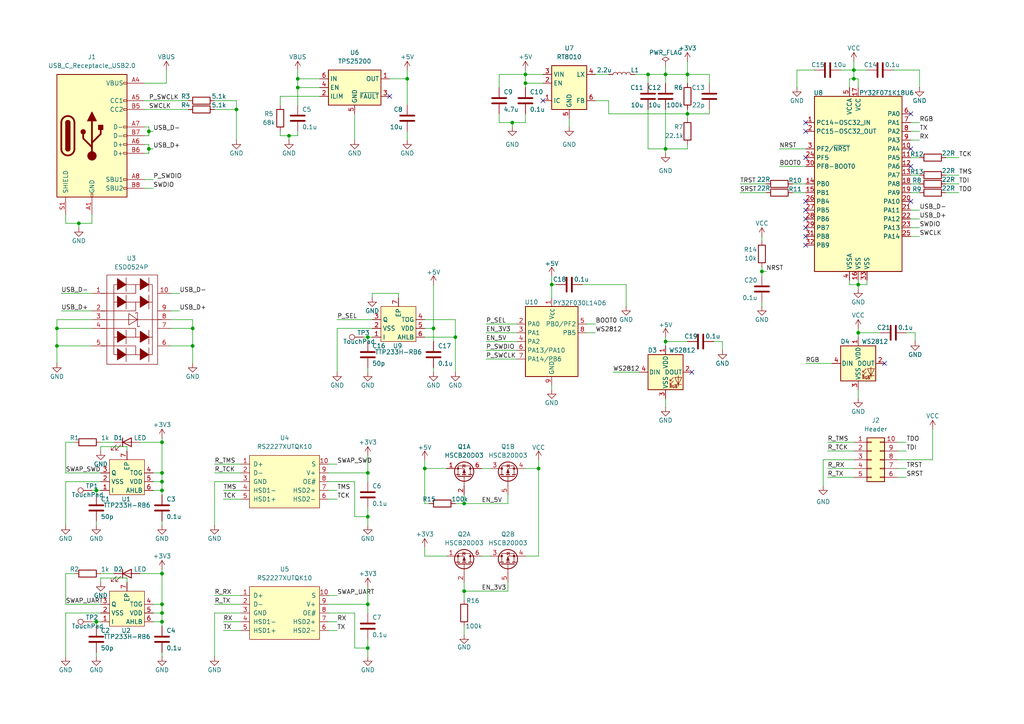
<source format=kicad_sch>
(kicad_sch (version 20231120) (generator "eeschema") (generator_version "8.0")
  (paper "A4")
  (junction (at 247.65 22.86))
  (junction (at 193.04 99.06))
  (junction (at 160.02 82.55))
  (junction (at 220.98 78.74))
  (junction (at 134.62 146.05))
  (junction (at 193.04 21.59))
  (junction (at 16.51 100.33))
  (junction (at 106.68 97.79))
  (junction (at 43.18 38.1))
  (junction (at 248.92 82.55))
  (junction (at 199.39 33.02))
  (junction (at 132.08 97.79))
  (junction (at 46.99 175.26))
  (junction (at 46.99 142.24))
  (junction (at 46.99 128.27))
  (junction (at 55.88 100.33))
  (junction (at 27.94 180.34))
  (junction (at 83.82 39.37))
  (junction (at 247.65 20.32))
  (junction (at 68.58 31.75))
  (junction (at 46.99 139.7))
  (junction (at 156.21 135.89))
  (junction (at 43.18 43.18))
  (junction (at 46.99 137.16))
  (junction (at 134.62 171.45))
  (junction (at 106.68 137.16))
  (junction (at 248.92 96.52))
  (junction (at 106.68 175.26))
  (junction (at 123.19 135.89))
  (junction (at 106.68 149.86))
  (junction (at 152.4 21.59))
  (junction (at 46.99 166.37))
  (junction (at 27.94 142.24))
  (junction (at 86.36 25.4))
  (junction (at 86.36 22.86))
  (junction (at 46.99 180.34))
  (junction (at 16.51 95.25))
  (junction (at 55.88 95.25))
  (junction (at 193.04 43.18))
  (junction (at 125.73 95.25))
  (junction (at 22.86 64.77))
  (junction (at 148.59 35.56))
  (junction (at 106.68 187.96))
  (junction (at 118.11 22.86))
  (junction (at 187.96 21.59))
  (junction (at 46.99 177.8))
  (junction (at 199.39 21.59))
  (junction (at 152.4 24.13))
  (no_connect (at 233.68 66.04))
  (no_connect (at 264.16 58.42))
  (no_connect (at 233.68 58.42))
  (no_connect (at 233.68 68.58))
  (no_connect (at 113.03 27.94))
  (no_connect (at 233.68 45.72))
  (no_connect (at 233.68 60.96))
  (no_connect (at 256.54 105.41))
  (no_connect (at 264.16 48.26))
  (no_connect (at 233.68 35.56))
  (no_connect (at 233.68 71.12))
  (no_connect (at 233.68 63.5))
  (no_connect (at 157.48 29.21))
  (no_connect (at 233.68 38.1))
  (no_connect (at 200.66 107.95))
  (no_connect (at 264.16 43.18))
  (no_connect (at 264.16 33.02))
  (wire (pts (xy 106.68 185.42) (xy 106.68 187.96)))
  (wire (pts (xy 229.87 53.34) (xy 233.68 53.34)))
  (wire (pts (xy 134.62 171.45) (xy 134.62 173.99)))
  (wire (pts (xy 49.53 85.09) (xy 52.07 85.09)))
  (wire (pts (xy 46.99 180.34) (xy 44.45 180.34)))
  (wire (pts (xy 148.59 35.56) (xy 152.4 35.56)))
  (wire (pts (xy 105.41 97.79) (xy 106.68 97.79)))
  (wire (pts (xy 17.78 90.17) (xy 26.67 90.17)))
  (wire (pts (xy 251.46 82.55) (xy 248.92 82.55)))
  (wire (pts (xy 107.95 95.25) (xy 97.79 95.25)))
  (wire (pts (xy 62.23 139.7) (xy 62.23 152.4)))
  (wire (pts (xy 19.05 166.37) (xy 19.05 175.26)))
  (wire (pts (xy 106.68 137.16) (xy 106.68 139.7)))
  (wire (pts (xy 46.99 139.7) (xy 46.99 142.24)))
  (wire (pts (xy 187.96 43.18) (xy 193.04 43.18)))
  (wire (pts (xy 264.16 63.5) (xy 266.7 63.5)))
  (wire (pts (xy 16.51 100.33) (xy 26.67 100.33)))
  (wire (pts (xy 247.65 17.78) (xy 247.65 20.32)))
  (wire (pts (xy 95.25 137.16) (xy 106.68 137.16)))
  (wire (pts (xy 248.92 81.28) (xy 248.92 82.55)))
  (wire (pts (xy 41.91 52.07) (xy 44.45 52.07)))
  (wire (pts (xy 205.74 24.13) (xy 205.74 21.59)))
  (wire (pts (xy 43.18 38.1) (xy 43.18 39.37)))
  (wire (pts (xy 193.04 21.59) (xy 193.04 24.13)))
  (wire (pts (xy 199.39 33.02) (xy 199.39 34.29)))
  (wire (pts (xy 152.4 21.59) (xy 157.48 21.59)))
  (wire (pts (xy 95.25 144.78) (xy 97.79 144.78)))
  (wire (pts (xy 43.18 38.1) (xy 44.45 38.1)))
  (wire (pts (xy 134.62 171.45) (xy 147.32 171.45)))
  (wire (pts (xy 81.28 27.94) (xy 81.28 30.48)))
  (wire (pts (xy 36.83 167.64) (xy 29.21 167.64)))
  (wire (pts (xy 240.03 130.81) (xy 247.65 130.81)))
  (wire (pts (xy 264.16 66.04) (xy 266.7 66.04)))
  (wire (pts (xy 240.03 135.89) (xy 247.65 135.89)))
  (wire (pts (xy 152.4 161.29) (xy 156.21 161.29)))
  (wire (pts (xy 147.32 171.45) (xy 147.32 168.91)))
  (wire (pts (xy 231.14 25.4) (xy 231.14 20.32)))
  (wire (pts (xy 49.53 100.33) (xy 55.88 100.33)))
  (wire (pts (xy 248.92 96.52) (xy 255.27 96.52)))
  (wire (pts (xy 81.28 39.37) (xy 83.82 39.37)))
  (wire (pts (xy 246.38 82.55) (xy 248.92 82.55)))
  (wire (pts (xy 266.7 20.32) (xy 266.7 25.4)))
  (wire (pts (xy 264.16 55.88) (xy 266.7 55.88)))
  (wire (pts (xy 29.21 129.54) (xy 29.21 130.81)))
  (wire (pts (xy 140.97 101.6) (xy 149.86 101.6)))
  (wire (pts (xy 123.19 97.79) (xy 132.08 97.79)))
  (wire (pts (xy 124.46 146.05) (xy 123.19 146.05)))
  (wire (pts (xy 262.89 96.52) (xy 265.43 96.52)))
  (wire (pts (xy 148.59 35.56) (xy 148.59 36.83)))
  (wire (pts (xy 238.76 140.97) (xy 238.76 133.35)))
  (wire (pts (xy 265.43 96.52) (xy 265.43 99.06)))
  (wire (pts (xy 46.99 142.24) (xy 44.45 142.24)))
  (wire (pts (xy 134.62 181.61) (xy 134.62 184.15)))
  (wire (pts (xy 22.86 64.77) (xy 22.86 66.04)))
  (wire (pts (xy 68.58 31.75) (xy 68.58 40.64)))
  (wire (pts (xy 27.94 142.24) (xy 27.94 143.51)))
  (wire (pts (xy 247.65 20.32) (xy 251.46 20.32)))
  (wire (pts (xy 83.82 39.37) (xy 86.36 39.37)))
  (wire (pts (xy 176.53 29.21) (xy 176.53 33.02)))
  (wire (pts (xy 220.98 78.74) (xy 220.98 80.01)))
  (wire (pts (xy 41.91 41.91) (xy 43.18 41.91)))
  (wire (pts (xy 106.68 106.68) (xy 106.68 107.95)))
  (wire (pts (xy 222.25 78.74) (xy 220.98 78.74)))
  (wire (pts (xy 27.94 151.13) (xy 27.94 152.4)))
  (wire (pts (xy 248.92 113.03) (xy 248.92 115.57)))
  (wire (pts (xy 139.7 135.89) (xy 142.24 135.89)))
  (wire (pts (xy 49.53 90.17) (xy 52.07 90.17)))
  (wire (pts (xy 106.68 170.18) (xy 106.68 175.26)))
  (wire (pts (xy 187.96 21.59) (xy 193.04 21.59)))
  (wire (pts (xy 264.16 68.58) (xy 266.7 68.58)))
  (wire (pts (xy 251.46 81.28) (xy 251.46 82.55)))
  (wire (pts (xy 270.51 124.46) (xy 270.51 133.35)))
  (wire (pts (xy 199.39 41.91) (xy 199.39 43.18)))
  (wire (pts (xy 144.78 21.59) (xy 144.78 25.4)))
  (wire (pts (xy 29.21 177.8) (xy 19.05 177.8)))
  (wire (pts (xy 86.36 22.86) (xy 86.36 25.4)))
  (wire (pts (xy 46.99 128.27) (xy 46.99 137.16)))
  (wire (pts (xy 139.7 161.29) (xy 142.24 161.29)))
  (wire (pts (xy 41.91 31.75) (xy 54.61 31.75)))
  (wire (pts (xy 69.85 177.8) (xy 62.23 177.8)))
  (wire (pts (xy 102.87 33.02) (xy 102.87 40.64)))
  (wire (pts (xy 193.04 43.18) (xy 193.04 44.45)))
  (wire (pts (xy 107.95 85.09) (xy 107.95 86.36)))
  (wire (pts (xy 46.99 166.37) (xy 46.99 175.26)))
  (wire (pts (xy 165.1 34.29) (xy 165.1 36.83)))
  (wire (pts (xy 46.99 180.34) (xy 46.99 181.61)))
  (wire (pts (xy 260.35 138.43) (xy 262.89 138.43)))
  (wire (pts (xy 46.99 165.1) (xy 46.99 166.37)))
  (wire (pts (xy 95.25 172.72) (xy 97.79 172.72)))
  (wire (pts (xy 43.18 43.18) (xy 43.18 44.45)))
  (wire (pts (xy 132.08 97.79) (xy 132.08 107.95)))
  (wire (pts (xy 231.14 20.32) (xy 236.22 20.32)))
  (wire (pts (xy 26.67 180.34) (xy 27.94 180.34)))
  (wire (pts (xy 64.77 182.88) (xy 69.85 182.88)))
  (wire (pts (xy 243.84 20.32) (xy 247.65 20.32)))
  (wire (pts (xy 95.25 134.62) (xy 97.79 134.62)))
  (wire (pts (xy 260.35 133.35) (xy 270.51 133.35)))
  (wire (pts (xy 40.64 166.37) (xy 46.99 166.37)))
  (wire (pts (xy 19.05 137.16) (xy 29.21 137.16)))
  (wire (pts (xy 62.23 31.75) (xy 68.58 31.75)))
  (wire (pts (xy 246.38 22.86) (xy 247.65 22.86)))
  (wire (pts (xy 220.98 87.63) (xy 220.98 88.9)))
  (wire (pts (xy 193.04 115.57) (xy 193.04 118.11)))
  (wire (pts (xy 199.39 21.59) (xy 193.04 21.59)))
  (wire (pts (xy 247.65 20.32) (xy 247.65 22.86)))
  (wire (pts (xy 46.99 151.13) (xy 46.99 152.4)))
  (wire (pts (xy 41.91 29.21) (xy 54.61 29.21)))
  (wire (pts (xy 46.99 189.23) (xy 46.99 190.5)))
  (wire (pts (xy 102.87 139.7) (xy 102.87 149.86)))
  (wire (pts (xy 140.97 93.98) (xy 149.86 93.98)))
  (wire (pts (xy 43.18 44.45) (xy 41.91 44.45)))
  (wire (pts (xy 22.86 64.77) (xy 26.67 64.77)))
  (wire (pts (xy 264.16 35.56) (xy 266.7 35.56)))
  (wire (pts (xy 92.71 25.4) (xy 86.36 25.4)))
  (wire (pts (xy 92.71 27.94) (xy 81.28 27.94)))
  (wire (pts (xy 134.62 146.05) (xy 147.32 146.05)))
  (wire (pts (xy 247.65 22.86) (xy 248.92 22.86)))
  (wire (pts (xy 106.68 97.79) (xy 107.95 97.79)))
  (wire (pts (xy 95.25 177.8) (xy 102.87 177.8)))
  (wire (pts (xy 86.36 25.4) (xy 86.36 30.48)))
  (wire (pts (xy 152.4 35.56) (xy 152.4 33.02)))
  (wire (pts (xy 144.78 33.02) (xy 144.78 35.56)))
  (wire (pts (xy 160.02 111.76) (xy 160.02 113.03)))
  (wire (pts (xy 187.96 21.59) (xy 187.96 24.13)))
  (wire (pts (xy 152.4 24.13) (xy 152.4 25.4)))
  (wire (pts (xy 86.36 20.32) (xy 86.36 22.86)))
  (wire (pts (xy 43.18 39.37) (xy 41.91 39.37)))
  (wire (pts (xy 36.83 130.81) (xy 36.83 129.54)))
  (wire (pts (xy 106.68 175.26) (xy 106.68 177.8)))
  (wire (pts (xy 62.23 172.72) (xy 69.85 172.72)))
  (wire (pts (xy 264.16 60.96) (xy 266.7 60.96)))
  (wire (pts (xy 184.15 21.59) (xy 187.96 21.59)))
  (wire (pts (xy 64.77 142.24) (xy 69.85 142.24)))
  (wire (pts (xy 220.98 77.47) (xy 220.98 78.74)))
  (wire (pts (xy 44.45 175.26) (xy 46.99 175.26)))
  (wire (pts (xy 46.99 137.16) (xy 46.99 139.7)))
  (wire (pts (xy 160.02 80.01) (xy 160.02 82.55)))
  (wire (pts (xy 44.45 139.7) (xy 46.99 139.7)))
  (wire (pts (xy 43.18 36.83) (xy 43.18 38.1)))
  (wire (pts (xy 102.87 187.96) (xy 106.68 187.96)))
  (wire (pts (xy 156.21 161.29) (xy 156.21 135.89)))
  (wire (pts (xy 125.73 82.55) (xy 125.73 95.25)))
  (wire (pts (xy 19.05 177.8) (xy 19.05 190.5)))
  (wire (pts (xy 264.16 45.72) (xy 266.7 45.72)))
  (wire (pts (xy 125.73 95.25) (xy 125.73 99.06)))
  (wire (pts (xy 123.19 146.05) (xy 123.19 135.89)))
  (wire (pts (xy 48.26 20.32) (xy 48.26 24.13)))
  (wire (pts (xy 152.4 135.89) (xy 156.21 135.89)))
  (wire (pts (xy 123.19 95.25) (xy 125.73 95.25)))
  (wire (pts (xy 62.23 175.26) (xy 69.85 175.26)))
  (wire (pts (xy 43.18 41.91) (xy 43.18 43.18)))
  (wire (pts (xy 193.04 19.05) (xy 193.04 21.59)))
  (wire (pts (xy 181.61 82.55) (xy 181.61 88.9)))
  (wire (pts (xy 83.82 39.37) (xy 83.82 40.64)))
  (wire (pts (xy 46.99 142.24) (xy 46.99 143.51)))
  (wire (pts (xy 170.18 93.98) (xy 172.72 93.98)))
  (wire (pts (xy 29.21 128.27) (xy 33.02 128.27)))
  (wire (pts (xy 44.45 137.16) (xy 46.99 137.16)))
  (wire (pts (xy 274.32 50.8) (xy 278.13 50.8)))
  (wire (pts (xy 115.57 85.09) (xy 107.95 85.09)))
  (wire (pts (xy 125.73 106.68) (xy 125.73 107.95)))
  (wire (pts (xy 19.05 62.23) (xy 19.05 64.77)))
  (wire (pts (xy 199.39 17.78) (xy 199.39 21.59)))
  (wire (pts (xy 46.99 127) (xy 46.99 128.27)))
  (wire (pts (xy 27.94 142.24) (xy 29.21 142.24)))
  (wire (pts (xy 43.18 43.18) (xy 44.45 43.18)))
  (wire (pts (xy 264.16 53.34) (xy 266.7 53.34)))
  (wire (pts (xy 16.51 100.33) (xy 16.51 105.41)))
  (wire (pts (xy 16.51 92.71) (xy 16.51 95.25)))
  (wire (pts (xy 106.68 149.86) (xy 106.68 152.4)))
  (wire (pts (xy 170.18 96.52) (xy 172.72 96.52)))
  (wire (pts (xy 123.19 133.35) (xy 123.19 135.89)))
  (wire (pts (xy 29.21 167.64) (xy 29.21 168.91)))
  (wire (pts (xy 62.23 29.21) (xy 68.58 29.21)))
  (wire (pts (xy 134.62 143.51) (xy 134.62 146.05)))
  (wire (pts (xy 140.97 96.52) (xy 149.86 96.52)))
  (wire (pts (xy 16.51 92.71) (xy 26.67 92.71)))
  (wire (pts (xy 156.21 133.35) (xy 156.21 135.89)))
  (wire (pts (xy 44.45 177.8) (xy 46.99 177.8)))
  (wire (pts (xy 41.91 24.13) (xy 48.26 24.13)))
  (wire (pts (xy 27.94 180.34) (xy 29.21 180.34)))
  (wire (pts (xy 46.99 175.26) (xy 46.99 177.8)))
  (wire (pts (xy 19.05 128.27) (xy 19.05 137.16)))
  (wire (pts (xy 144.78 35.56) (xy 148.59 35.56)))
  (wire (pts (xy 193.04 97.79) (xy 193.04 99.06)))
  (wire (pts (xy 264.16 40.64) (xy 266.7 40.64)))
  (wire (pts (xy 26.67 64.77) (xy 26.67 62.23)))
  (wire (pts (xy 248.92 82.55) (xy 248.92 83.82)))
  (wire (pts (xy 95.25 139.7) (xy 102.87 139.7)))
  (wire (pts (xy 209.55 99.06) (xy 209.55 101.6)))
  (wire (pts (xy 160.02 82.55) (xy 161.29 82.55)))
  (wire (pts (xy 118.11 22.86) (xy 118.11 30.48)))
  (wire (pts (xy 46.99 177.8) (xy 46.99 180.34)))
  (wire (pts (xy 95.25 182.88) (xy 97.79 182.88)))
  (wire (pts (xy 259.08 20.32) (xy 266.7 20.32)))
  (wire (pts (xy 246.38 81.28) (xy 246.38 82.55)))
  (wire (pts (xy 36.83 168.91) (xy 36.83 167.64)))
  (wire (pts (xy 199.39 21.59) (xy 199.39 24.13)))
  (wire (pts (xy 248.92 22.86) (xy 248.92 25.4)))
  (wire (pts (xy 95.25 142.24) (xy 97.79 142.24)))
  (wire (pts (xy 134.62 168.91) (xy 134.62 171.45)))
  (wire (pts (xy 113.03 22.86) (xy 118.11 22.86)))
  (wire (pts (xy 168.91 82.55) (xy 181.61 82.55)))
  (wire (pts (xy 274.32 45.72) (xy 278.13 45.72)))
  (wire (pts (xy 64.77 144.78) (xy 69.85 144.78)))
  (wire (pts (xy 193.04 99.06) (xy 193.04 100.33)))
  (wire (pts (xy 207.01 99.06) (xy 209.55 99.06)))
  (wire (pts (xy 274.32 53.34) (xy 278.13 53.34)))
  (wire (pts (xy 193.04 43.18) (xy 199.39 43.18)))
  (wire (pts (xy 132.08 146.05) (xy 134.62 146.05)))
  (wire (pts (xy 240.03 128.27) (xy 247.65 128.27)))
  (wire (pts (xy 27.94 180.34) (xy 27.94 181.61)))
  (wire (pts (xy 118.11 20.32) (xy 118.11 22.86)))
  (wire (pts (xy 222.25 53.34) (xy 214.63 53.34)))
  (wire (pts (xy 16.51 95.25) (xy 16.51 100.33)))
  (wire (pts (xy 147.32 146.05) (xy 147.32 143.51)))
  (wire (pts (xy 248.92 95.25) (xy 248.92 96.52)))
  (wire (pts (xy 55.88 95.25) (xy 55.88 100.33)))
  (wire (pts (xy 95.25 180.34) (xy 97.79 180.34)))
  (wire (pts (xy 264.16 38.1) (xy 266.7 38.1)))
  (wire (pts (xy 205.74 31.75) (xy 205.74 33.02)))
  (wire (pts (xy 152.4 21.59) (xy 152.4 24.13)))
  (wire (pts (xy 176.53 33.02) (xy 199.39 33.02)))
  (wire (pts (xy 21.59 128.27) (xy 19.05 128.27)))
  (wire (pts (xy 41.91 54.61) (xy 44.45 54.61)))
  (wire (pts (xy 260.35 130.81) (xy 262.89 130.81)))
  (wire (pts (xy 102.87 149.86) (xy 106.68 149.86)))
  (wire (pts (xy 226.06 48.26) (xy 233.68 48.26)))
  (wire (pts (xy 40.64 128.27) (xy 46.99 128.27)))
  (wire (pts (xy 29.21 166.37) (xy 33.02 166.37)))
  (wire (pts (xy 260.35 128.27) (xy 262.89 128.27)))
  (wire (pts (xy 132.08 92.71) (xy 132.08 97.79)))
  (wire (pts (xy 97.79 95.25) (xy 97.79 107.95)))
  (wire (pts (xy 260.35 135.89) (xy 262.89 135.89)))
  (wire (pts (xy 152.4 24.13) (xy 157.48 24.13)))
  (wire (pts (xy 49.53 92.71) (xy 55.88 92.71)))
  (wire (pts (xy 21.59 166.37) (xy 19.05 166.37)))
  (wire (pts (xy 41.91 36.83) (xy 43.18 36.83)))
  (wire (pts (xy 140.97 104.14) (xy 149.86 104.14)))
  (wire (pts (xy 115.57 86.36) (xy 115.57 85.09)))
  (wire (pts (xy 16.51 95.25) (xy 26.67 95.25)))
  (wire (pts (xy 19.05 139.7) (xy 19.05 152.4)))
  (wire (pts (xy 55.88 92.71) (xy 55.88 95.25)))
  (wire (pts (xy 19.05 64.77) (xy 22.86 64.77)))
  (wire (pts (xy 129.54 135.89) (xy 123.19 135.89)))
  (wire (pts (xy 86.36 22.86) (xy 92.71 22.86)))
  (wire (pts (xy 49.53 95.25) (xy 55.88 95.25)))
  (wire (pts (xy 172.72 29.21) (xy 176.53 29.21)))
  (wire (pts (xy 240.03 138.43) (xy 247.65 138.43)))
  (wire (pts (xy 152.4 20.32) (xy 152.4 21.59)))
  (wire (pts (xy 205.74 33.02) (xy 199.39 33.02)))
  (wire (pts (xy 17.78 85.09) (xy 26.67 85.09)))
  (wire (pts (xy 226.06 43.18) (xy 233.68 43.18)))
  (wire (pts (xy 36.83 129.54) (xy 29.21 129.54)))
  (wire (pts (xy 199.39 31.75) (xy 199.39 33.02)))
  (wire (pts (xy 187.96 31.75) (xy 187.96 43.18)))
  (wire (pts (xy 144.78 21.59) (xy 152.4 21.59)))
  (wire (pts (xy 68.58 29.21) (xy 68.58 31.75)))
  (wire (pts (xy 69.85 139.7) (xy 62.23 139.7)))
  (wire (pts (xy 229.87 55.88) (xy 233.68 55.88)))
  (wire (pts (xy 118.11 38.1) (xy 118.11 40.64)))
  (wire (pts (xy 106.68 132.08) (xy 106.68 137.16)))
  (wire (pts (xy 81.28 38.1) (xy 81.28 39.37)))
  (wire (pts (xy 177.8 107.95) (xy 185.42 107.95)))
  (wire (pts (xy 106.68 147.32) (xy 106.68 149.86)))
  (wire (pts (xy 274.32 55.88) (xy 278.13 55.88)))
  (wire (pts (xy 129.54 161.29) (xy 123.19 161.29)))
  (wire (pts (xy 102.87 177.8) (xy 102.87 187.96)))
  (wire (pts (xy 62.23 137.16) (xy 69.85 137.16)))
  (wire (pts (xy 29.21 139.7) (xy 19.05 139.7)))
  (wire (pts (xy 26.67 142.24) (xy 27.94 142.24)))
  (wire (pts (xy 248.92 96.52) (xy 248.92 97.79)))
  (wire (pts (xy 27.94 189.23) (xy 27.94 190.5)))
  (wire (pts (xy 264.16 50.8) (xy 266.7 50.8)))
  (wire (pts (xy 106.68 187.96) (xy 106.68 190.5)))
  (wire (pts (xy 176.53 21.59) (xy 172.72 21.59)))
  (wire (pts (xy 62.23 177.8) (xy 62.23 190.5)))
  (wire (pts (xy 222.25 55.88) (xy 214.63 55.88)))
  (wire (pts (xy 55.88 100.33) (xy 55.88 105.41)))
  (wire (pts (xy 238.76 133.35) (xy 247.65 133.35)))
  (wire (pts (xy 123.19 92.71) (xy 132.08 92.71)))
  (wire (pts (xy 220.98 68.58) (xy 220.98 69.85)))
  (wire (pts (xy 193.04 31.75) (xy 193.04 43.18)))
  (wire (pts (xy 62.23 134.62) (xy 69.85 134.62)))
  (wire (pts (xy 233.68 105.41) (xy 241.3 105.41)))
  (wire (pts (xy 97.79 92.71) (xy 107.95 92.71)))
  (wire (pts (xy 106.68 97.79) (xy 106.68 99.06)))
  (wire (pts (xy 205.74 21.59) (xy 199.39 21.59)))
  (wire (pts (xy 19.05 175.26) (xy 29.21 175.26)))
  (wire (pts (xy 95.25 175.26) (xy 106.68 175.26)))
  (wire (pts (xy 246.38 25.4) (xy 246.38 22.86)))
  (wire (pts (xy 193.04 99.06) (xy 199.39 99.06)))
  (wire (pts (xy 160.02 82.55) (xy 160.02 86.36)))
  (wire (pts (xy 64.77 180.34) (xy 69.85 180.34)))
  (wire (pts (xy 123.19 158.75) (xy 123.19 161.29)))
  (wire (pts (xy 86.36 39.37) (xy 86.36 38.1)))
  (wire (pts (xy 140.97 99.06) (xy 149.86 99.06)))
  (label "SWDIO" (at 44.45 54.61 0))
  (label "TMS" (at 64.77 142.24 0))
  (label "TX" (at 97.79 182.88 0))
  (label "TDI" (at 278.13 53.34 0))
  (label "SWCLK" (at 266.7 68.58 0))
  (label "R_RX" (at 240.03 135.89 0))
  (label "R_RX" (at 62.23 172.72 0))
  (label "TDO" (at 278.13 55.88 0))
  (label "TCK" (at 278.13 45.72 0))
  (label "P_SEL" (at 97.79 92.71 0))
  (label "SWAP_UART" (at 97.79 172.72 0))
  (label "TMS" (at 97.79 142.24 0))
  (label "NRST" (at 222.25 78.74 0))
  (label "TDI" (at 262.89 130.81 0))
  (label "RGB" (at 233.68 105.41 0))
  (label "USB_D+" (at 266.7 63.5 0))
  (label "BOOT0" (at 226.06 48.26 0))
  (label "P_SWCLK" (at 140.97 104.14 0))
  (label "USB_D+" (at 52.07 90.17 0))
  (label "SRST" (at 214.63 55.88 0))
  (label "P_SWDIO" (at 140.97 101.6 0))
  (label "TMS" (at 278.13 50.8 0))
  (label "BOOT0" (at 172.72 93.98 0))
  (label "USB_D-" (at 52.07 85.09 0))
  (label "R_TCK" (at 62.23 137.16 0))
  (label "R_TCK" (at 240.03 130.81 0))
  (label "USB_D+" (at 17.78 90.17 0))
  (label "USB_D-" (at 17.78 85.09 0))
  (label "EN_3V3" (at 140.97 96.52 0))
  (label "SWAP_SWD" (at 19.05 137.16 0))
  (label "TCK" (at 64.77 144.78 0))
  (label "SWDIO" (at 266.7 66.04 0))
  (label "R_TX" (at 62.23 175.26 0))
  (label "USB_D-" (at 266.7 60.96 0))
  (label "TCK" (at 97.79 144.78 0))
  (label "WS2812" (at 172.72 96.52 0))
  (label "TRST" (at 214.63 53.34 0))
  (label "TX" (at 266.7 38.1 0))
  (label "TX" (at 64.77 182.88 0))
  (label "EN_3V3" (at 139.7 171.45 0))
  (label "P_SEL" (at 140.97 93.98 0))
  (label "TDO" (at 262.89 128.27 0))
  (label "USB_D+" (at 44.45 43.18 0))
  (label "P_SWDIO" (at 44.45 52.07 0))
  (label "SWAP_SWD" (at 97.79 134.62 0))
  (label "R_TMS" (at 62.23 134.62 0))
  (label "USB_D-" (at 44.45 38.1 0))
  (label "SWCLK" (at 43.18 31.75 0))
  (label "RX" (at 266.7 40.64 0))
  (label "EN_5V" (at 139.7 146.05 0))
  (label "SRST" (at 262.89 138.43 0))
  (label "R_TMS" (at 240.03 128.27 0))
  (label "RGB" (at 266.7 35.56 0))
  (label "R_TX" (at 240.03 138.43 0))
  (label "EN_5V" (at 140.97 99.06 0))
  (label "WS2812" (at 177.8 107.95 0))
  (label "NRST" (at 226.06 43.18 0))
  (label "P_SWCLK" (at 43.18 29.21 0))
  (label "SWAP_UART" (at 19.05 175.26 0))
  (label "RX" (at 97.79 180.34 0))
  (label "RX" (at 64.77 180.34 0))
  (label "TRST" (at 262.89 135.89 0))
  (symbol (lib_id "power:+3V3") (at 46.99 165.1 0) (unit 1)
    (property "Reference" "#PWR011" (effects (hide yes)))
    (property "Value" "+3V3" (at 46.99 161.29 0))
    (property "Description" "Power symbol creates a global label with name \"+3V3\"" (effects (hide yes)))
  )
  (symbol (lib_id "Device:R") (at 25.4 128.27 90) (unit 1)
    (property "Reference" "R1" (at 21.59 127 90))
    (property "Value" "1k" (at 30.48 127 90))
    (property "Footprint" "Resistor_SMD:R_0402_1005Metric" (effects (hide yes)))
    (property "Description" "Resistor" (effects (hide yes)))
  )
  (symbol (lib_id "Device:C") (at 165.1 82.55 90) (unit 1)
    (property "Reference" "C18" (at 162.306 81.026 90))
    (property "Value" "0.1u" (at 168.656 81.026 90))
    (property "Footprint" "Capacitor_SMD:C_0402_1005Metric" (effects (hide yes)))
    (property "Description" "Unpolarized capacitor" (effects (hide yes)))
  )
  (symbol (lib_id "power:GND") (at 46.99 190.5 0) (unit 1)
    (property "Reference" "#PWR012" (effects (hide yes)))
    (property "Value" "GND" (at 46.99 194.31 0))
    (property "Description" "Power symbol creates a global label with name \"GND\" , ground" (effects (hide yes)))
  )
  (symbol (lib_id "power:GND") (at 68.58 40.64 0) (unit 1)
    (property "Reference" "#PWR015" (effects (hide yes)))
    (property "Value" "GND" (at 68.58 44.45 0))
    (property "Description" "Power symbol creates a global label with name \"GND\" , ground" (effects (hide yes)))
  )
  (symbol (lib_id "Device:R") (at 199.39 27.94 0) (mirror y) (unit 1)
    (property "Reference" "R6" (at 198.12 25.4 0) (effects (justify left)))
    (property "Value" "100k" (at 198.12 30.48 0) (effects (justify left)))
    (property "Footprint" "Resistor_SMD:R_0402_1005Metric" (effects (hide yes)))
  )
  (symbol (lib_id "Connector:TestPoint") (at 26.67 180.34 90) (unit 1) (exclude_from_sim yes) (in_bom no)
    (property "Reference" "TP2" (at 26.67 179.07 90))
    (property "Value" "TouchPad" (at 25.4 181.61 90))
    (property "Footprint" "Touch Pad:Touch_SMD_BOX" (effects (hide yes)))
    (property "Description" "test point" (effects (hide yes)))
  )
  (symbol (lib_id "power:+3V3") (at 123.19 158.75 0) (unit 1)
    (property "Reference" "#PWR046" (effects (hide yes)))
    (property "Value" "+3V3" (at 123.19 154.94 0))
    (property "Description" "Power symbol creates a global label with name \"+3V3\"" (effects (hide yes)))
  )
  (symbol (lib_name "+5V_2") (lib_id "power:+5V") (at 125.73 82.55 0) (unit 1)
    (property "Reference" "#PWR039" (effects (hide yes)))
    (property "Value" "+5V" (at 125.73 78.994 0))
    (property "Description" "Power symbol creates a global label with name \"+5V\"" (effects (hide yes)))
  )
  (symbol (lib_id "Device:C") (at 152.4 29.21 0) (unit 1)
    (property "Reference" "C10" (at 153.67 26.67 0) (effects (justify left)))
    (property "Value" "0.1u" (at 153.67 31.75 0) (effects (justify left)))
    (property "Footprint" "Capacitor_SMD:C_0402_1005Metric" (effects (hide yes)))
  )
  (symbol (lib_id "power:GND") (at 148.59 36.83 0) (unit 1)
    (property "Reference" "#PWR027" (effects (hide yes)))
    (property "Value" "GND" (at 148.59 41.91 0))
  )
  (symbol (lib_id "Device:C") (at 255.27 20.32 90) (unit 1)
    (property "Reference" "C14" (at 252.476 18.796 90))
    (property "Value" "0.1u" (at 258.826 18.796 90))
    (property "Footprint" "Capacitor_SMD:C_0402_1005Metric" (effects (hide yes)))
    (property "Description" "Unpolarized capacitor" (effects (hide yes)))
  )
  (symbol (lib_id "Device:R") (at 270.51 50.8 90) (unit 1)
    (property "Reference" "R13" (at 265.938 49.784 90))
    (property "Value" "22R" (at 275.082 49.53 90))
    (property "Footprint" "Resistor_SMD:R_0402_1005Metric" (effects (hide yes)))
    (property "Description" "Resistor" (effects (hide yes)))
  )
  (symbol (lib_id "Device:C") (at 118.11 34.29 0) (mirror y) (unit 1)
    (property "Reference" "C8" (at 116.84 31.75 0) (effects (justify left)))
    (property "Value" "10u" (at 116.84 36.83 0) (effects (justify left)))
    (property "Footprint" "Capacitor_SMD:C_0402_1005Metric" (effects (hide yes)))
  )
  (symbol (lib_id "Device:C") (at 259.08 96.52 90) (unit 1)
    (property "Reference" "C21" (at 256.286 94.996 90))
    (property "Value" "0.1u" (at 262.636 94.996 90))
    (property "Footprint" "Capacitor_SMD:C_0402_1005Metric" (effects (hide yes)))
    (property "Description" "Unpolarized capacitor" (effects (hide yes)))
  )
  (symbol (lib_id "power:GND") (at 19.05 152.4 0) (unit 1)
    (property "Reference" "#PWR02" (effects (hide yes)))
    (property "Value" "GND" (at 19.05 156.21 0))
    (property "Description" "Power symbol creates a global label with name \"GND\" , ground" (effects (hide yes)))
  )
  (symbol (lib_id "power:GND") (at 248.92 115.57 0) (unit 1)
    (property "Reference" "#PWR057" (effects (hide yes)))
    (property "Value" "GND" (at 248.92 119.38 0))
    (property "Description" "Power symbol creates a global label with name \"GND\" , ground" (effects (hide yes)))
  )
  (symbol (lib_id "DCDC Power Chip:RT8010") (at 165.1 29.21 0) (unit 1)
    (property "Reference" "U7" (at 165.1 13.97 0))
    (property "Value" "RT8010" (at 165.1 16.51 0))
    (property "Footprint" "Package_DFN_QFN:DFN-6-1EP_2x2mm_P0.65mm_EP1.01x1.7mm" (effects (hide yes)))
  )
  (symbol (lib_id "Connector:TestPoint") (at 26.67 142.24 90) (unit 1) (exclude_from_sim yes) (in_bom no)
    (property "Reference" "TP1" (at 26.67 140.97 90))
    (property "Value" "TouchPad" (at 25.4 143.51 90))
    (property "Footprint" "Touch Pad:Touch_SMD_BOX" (effects (hide yes)))
    (property "Description" "test point" (effects (hide yes)))
  )
  (symbol (lib_id "Connector_Generic:Conn_02x05_Counter_Clockwise") (at 252.73 133.35 0) (unit 1) (in_bom no)
    (property "Reference" "J2" (at 254 121.92 0))
    (property "Value" "Header" (at 254 124.46 0))
    (property "Footprint" "connector:Conn_02x05_PinHeader_SMD" (effects (hide yes)))
    (property "Description" "Generic connector, double row, 02x05, counter clockwise pin numbering scheme (similar to DIP package numbering), script generated (kicad-library-utils/schlib/autogen/connector/)" (effects (hide yes)))
  )
  (symbol (lib_id "Touch IC:TTP233H-RB6") (at 36.83 139.7 0) (mirror x) (unit 1)
    (property "Reference" "U1" (at 36.576 144.78 0))
    (property "Value" "TTP233H-RB6" (at 36.83 146.558 0))
    (property "Footprint" "Package_DFN_QFN:DFN-6-1EP_2x2mm_P0.65mm_EP1x1.6mm" (effects (hide yes)))
  )
  (symbol (lib_id "Device:LED") (at 36.83 128.27 0) (unit 1)
    (property "Reference" "D1" (at 34.29 127 0))
    (property "Value" "LED" (at 40.64 127 0))
    (property "Footprint" "LED_SMD:LED_0603_1608Metric" (effects (hide yes)))
    (property "Description" "Light emitting diode" (effects (hide yes)))
  )
  (symbol (lib_id "power:GND") (at 266.7 25.4 0) (unit 1)
    (property "Reference" "#PWR036" (effects (hide yes)))
    (property "Value" "GND" (at 266.7 29.21 0))
    (property "Description" "Power symbol creates a global label with name \"GND\" , ground" (effects (hide yes)))
  )
  (symbol (lib_id "Device:C") (at 46.99 185.42 0) (unit 1)
    (property "Reference" "C4" (at 48.26 182.88 0) (effects (justify left)))
    (property "Value" "0.1u" (at 48.26 187.96 0) (effects (justify left)))
    (property "Footprint" "Capacitor_SMD:C_0402_1005Metric" (effects (hide yes)))
    (property "Description" "Unpolarized capacitor" (effects (hide yes)))
  )
  (symbol (lib_id "power:GND") (at 27.94 190.5 0) (unit 1)
    (property "Reference" "#PWR06" (effects (hide yes)))
    (property "Value" "GND" (at 27.94 194.31 0))
    (property "Description" "Power symbol creates a global label with name \"GND\" , ground" (effects (hide yes)))
  )
  (symbol (lib_id "power:GND") (at 62.23 152.4 0) (unit 1)
    (property "Reference" "#PWR016" (effects (hide yes)))
    (property "Value" "GND" (at 62.23 156.21 0))
    (property "Description" "Power symbol creates a global label with name \"GND\" , ground" (effects (hide yes)))
  )
  (symbol (lib_id "Device:C") (at 205.74 27.94 0) (mirror y) (unit 1)
    (property "Reference" "C13" (at 204.47 25.4 0) (effects (justify left)))
    (property "Value" "22p" (at 204.47 30.48 0) (effects (justify left)))
    (property "Footprint" "Capacitor_SMD:C_0402_1005Metric" (effects (hide yes)))
  )
  (symbol (lib_id "ESD-TVS:ESD0524P") (at 39.37 92.71 0) (unit 1)
    (property "Reference" "U3" (at 38.1 74.93 0))
    (property "Value" "ESD0524P" (at 38.1 77.47 0))
    (property "Footprint" "ESD-TVS:DFN-10_L2.5-W1.0-P0.50-BL-A" (effects (hide yes)))
    (property "SuppliersPartNumber" "C2901307" (effects (hide yes)))
  )
  (symbol (lib_id "power:GND") (at 238.76 140.97 0) (unit 1)
    (property "Reference" "#PWR032" (effects (hide yes)))
    (property "Value" "GND" (at 238.76 145.5326 0))
  )
  (symbol (lib_id "power:GND") (at 181.61 88.9 0) (unit 1)
    (property "Reference" "#PWR045" (effects (hide yes)))
    (property "Value" "GND" (at 181.61 92.71 0))
    (property "Description" "Power symbol creates a global label with name \"GND\" , ground" (effects (hide yes)))
  )
  (symbol (lib_id "Device:C") (at 46.99 147.32 0) (unit 1)
    (property "Reference" "C3" (at 48.26 144.78 0) (effects (justify left)))
    (property "Value" "0.1u" (at 48.26 149.86 0) (effects (justify left)))
    (property "Footprint" "Capacitor_SMD:C_0402_1005Metric" (effects (hide yes)))
    (property "Description" "Unpolarized capacitor" (effects (hide yes)))
  )
  (symbol (lib_id "Device:Q_Dual_PMOS_S1G1D2S2G2D1") (at 147.32 138.43 90) (unit 2)
    (property "Reference" "Q1" (at 147.32 129.54 90))
    (property "Value" "HSCB20D03" (at 147.32 132.08 90))
    (property "Footprint" "My DFN_QFN:DFN-6_L2.0-W2.0-P0.65-BL-EP2" (effects (hide yes)))
    (property "Description" "Dual PMOS transistor, 6 pin package" (effects (hide yes)))
  )
  (symbol (lib_id "power:GND") (at 106.68 107.95 0) (unit 1)
    (property "Reference" "#PWR041" (effects (hide yes)))
    (property "Value" "GND" (at 106.68 111.76 0))
    (property "Description" "Power symbol creates a global label with name \"GND\" , ground" (effects (hide yes)))
  )
  (symbol (lib_id "power:GND") (at 102.87 40.64 0) (unit 1)
    (property "Reference" "#PWR020" (effects (hide yes)))
    (property "Value" "GND" (at 102.87 44.45 0))
    (property "Description" "Power symbol creates a global label with name \"GND\" , ground" (effects (hide yes)))
  )
  (symbol (lib_id "power:GND") (at 132.08 107.95 0) (unit 1)
    (property "Reference" "#PWR050" (effects (hide yes)))
    (property "Value" "GND" (at 132.08 111.76 0))
    (property "Description" "Power symbol creates a global label with name \"GND\" , ground" (effects (hide yes)))
  )
  (symbol (lib_id "Device:R") (at 226.06 55.88 270) (mirror x) (unit 1)
    (property "Reference" "R11" (at 230.632 54.864 90))
    (property "Value" "22R" (at 221.488 54.61 90))
    (property "Footprint" "Resistor_SMD:R_0402_1005Metric" (effects (hide yes)))
    (property "Description" "Resistor" (effects (hide yes)))
  )
  (symbol (lib_id "Device:LED") (at 36.83 166.37 0) (unit 1)
    (property "Reference" "D2" (at 34.29 165.1 0))
    (property "Value" "LED" (at 40.64 165.1 0))
    (property "Footprint" "LED_SMD:LED_0603_1608Metric" (effects (hide yes)))
    (property "Description" "Light emitting diode" (effects (hide yes)))
  )
  (symbol (lib_id "power:+3V3") (at 106.68 170.18 0) (unit 1)
    (property "Reference" "#PWR023" (effects (hide yes)))
    (property "Value" "+3V3" (at 106.68 166.37 0))
    (property "Description" "Power symbol creates a global label with name \"+3V3\"" (effects (hide yes)))
  )
  (symbol (lib_id "Device:Q_Dual_PMOS_S1G1D2S2G2D1") (at 134.62 138.43 270) (mirror x) (unit 1)
    (property "Reference" "Q1" (at 134.62 129.54 90))
    (property "Value" "HSCB20D03" (at 134.62 132.08 90))
    (property "Footprint" "My DFN_QFN:DFN-6_L2.0-W2.0-P0.65-BL-EP2" (effects (hide yes)))
    (property "Description" "Dual PMOS transistor, 6 pin package" (effects (hide yes)))
  )
  (symbol (lib_id "Touch IC:TTP233H-RB6") (at 115.57 95.25 0) (mirror x) (unit 1)
    (property "Reference" "U9" (at 115.316 100.33 0))
    (property "Value" "TTP233H-RB6" (at 115.57 102.108 0))
    (property "Footprint" "Package_DFN_QFN:DFN-6-1EP_2x2mm_P0.65mm_EP1x1.6mm" (effects (hide yes)))
  )
  (symbol (lib_id "power:VCC") (at 248.92 95.25 0) (unit 1)
    (property "Reference" "#PWR056" (effects (hide yes)))
    (property "Value" "VCC" (at 248.92 91.44 0))
    (property "Description" "Power symbol creates a global label with name \"VCC\"" (effects (hide yes)))
  )
  (symbol (lib_id "Device:R") (at 134.62 177.8 0) (unit 1)
    (property "Reference" "R16" (at 137.16 174.244 0))
    (property "Value" "100k" (at 137.414 181.61 0))
    (property "Footprint" "Resistor_SMD:R_0402_1005Metric" (effects (hide yes)))
    (property "Description" "Resistor" (effects (hide yes)))
  )
  (symbol (lib_id "LED:WS2812B") (at 193.04 107.95 0) (unit 1)
    (property "Reference" "D3" (at 189.23 101.6 0))
    (property "Value" "WS2812" (at 197.866 101.6 0))
    (property "Footprint" "MyLED:LED-SMD_4P-L1.0-W1.0-TL_XL-1010RGBC-WS2812B" (effects (hide yes)))
    (property "Datasheet" "https://cdn-shop.adafruit.com/datasheets/WS2812B.pdf" (effects (hide yes)))
    (property "Description" "RGB LED with integrated controller" (effects (hide yes)))
  )
  (symbol (lib_id "power:+5V") (at 152.4 20.32 0) (unit 1)
    (property "Reference" "#PWR028" (effects (hide yes)))
    (property "Value" "+5V" (at 152.4 16.51 0))
    (property "Description" "Power symbol creates a global label with name \"+5V\"" (effects (hide yes)))
  )
  (symbol (lib_id "Device:R") (at 220.98 73.66 0) (mirror y) (unit 1)
    (property "Reference" "R14" (at 217.678 72.39 0))
    (property "Value" "10k" (at 217.678 74.93 0))
    (property "Footprint" "Resistor_SMD:R_0402_1005Metric" (effects (hide yes)))
  )
  (symbol (lib_id "Connector:TestPoint") (at 105.41 97.79 90) (unit 1) (exclude_from_sim yes) (in_bom no)
    (property "Reference" "TP3" (at 105.41 96.52 90))
    (property "Value" "TouchPad" (at 104.14 99.06 90))
    (property "Footprint" "Touch Pad:Touch_SMD_BOX" (effects (hide yes)))
    (property "Description" "test point" (effects (hide yes)))
  )
  (symbol (lib_id "Device:C") (at 27.94 147.32 0) (unit 1)
    (property "Reference" "C1" (at 29.21 144.78 0) (effects (justify left)))
    (property "Value" "50p" (at 29.21 149.86 0) (effects (justify left)))
    (property "Footprint" "Capacitor_SMD:C_0402_1005Metric" (effects (hide yes)))
    (property "Description" "Unpolarized capacitor" (effects (hide yes)))
  )
  (symbol (lib_id "power:GND") (at 55.88 105.41 0) (unit 1)
    (property "Reference" "#PWR014" (effects (hide yes)))
    (property "Value" "GND" (at 55.88 109.22 0))
    (property "Description" "Power symbol creates a global label with name \"GND\" , ground" (effects (hide yes)))
  )
  (symbol (lib_id "power:VCC") (at 220.98 68.58 0) (unit 1)
    (property "Reference" "#PWR054" (effects (hide yes)))
    (property "Value" "VCC" (at 220.98 64.77 0))
    (property "Description" "Power symbol creates a global label with name \"VCC\"" (effects (hide yes)))
  )
  (symbol (lib_id "power:GND") (at 193.04 118.11 0) (unit 1)
    (property "Reference" "#PWR052" (effects (hide yes)))
    (property "Value" "GND" (at 193.04 121.92 0))
    (property "Description" "Power symbol creates a global label with name \"GND\" , ground" (effects (hide yes)))
  )
  (symbol (lib_id "power:GND") (at 46.99 152.4 0) (unit 1)
    (property "Reference" "#PWR010" (effects (hide yes)))
    (property "Value" "GND" (at 46.99 156.21 0))
    (property "Description" "Power symbol creates a global label with name \"GND\" , ground" (effects (hide yes)))
  )
  (symbol (lib_id "Device:C") (at 106.68 143.51 0) (unit 1)
    (property "Reference" "C6" (at 107.95 140.97 0) (effects (justify left)))
    (property "Value" "0.1u" (at 107.95 146.05 0) (effects (justify left)))
    (property "Footprint" "Capacitor_SMD:C_0402_1005Metric" (effects (hide yes)))
    (property "Description" "Unpolarized capacitor" (effects (hide yes)))
  )
  (symbol (lib_id "power:GND") (at 265.43 99.06 0) (unit 1)
    (property "Reference" "#PWR058" (effects (hide yes)))
    (property "Value" "GND" (at 265.43 102.87 0))
    (property "Description" "Power symbol creates a global label with name \"GND\" , ground" (effects (hide yes)))
  )
  (symbol (lib_id "power:GND") (at 19.05 190.5 0) (unit 1)
    (property "Reference" "#PWR03" (effects (hide yes)))
    (property "Value" "GND" (at 19.05 194.31 0))
    (property "Description" "Power symbol creates a global label with name \"GND\" , ground" (effects (hide yes)))
  )
  (symbol (lib_id "power:PWR_FLAG") (at 193.04 19.05 0) (mirror y) (unit 1)
    (property "Reference" "#FLG01" (effects (hide yes)))
    (property "Value" "PWR_FLAG" (at 193.04 15.24 0))
  )
  (symbol (lib_id "Device:R") (at 58.42 29.21 90) (unit 1)
    (property "Reference" "R3" (at 53.848 27.94 90))
    (property "Value" "5.1k" (at 63.5 27.94 90))
    (property "Footprint" "Resistor_SMD:R_0402_1005Metric" (effects (hide yes)))
    (property "Description" "Resistor" (effects (hide yes)))
  )
  (symbol (lib_id "power:VCC") (at 247.65 17.78 0) (unit 1)
    (property "Reference" "#PWR034" (effects (hide yes)))
    (property "Value" "VCC" (at 247.65 13.97 0))
    (property "Description" "Power symbol creates a global label with name \"VCC\"" (effects (hide yes)))
  )
  (symbol (lib_id "LED:WS2812B") (at 248.92 105.41 0) (unit 1)
    (property "Reference" "D4" (at 245.11 99.06 0))
    (property "Value" "WS2812" (at 253.746 99.06 0))
    (property "Footprint" "MyLED:LED-SMD_4P-L1.0-W1.0-TL_XL-1010RGBC-WS2812B" (effects (hide yes)))
    (property "Datasheet" "https://cdn-shop.adafruit.com/datasheets/WS2812B.pdf" (effects (hide yes)))
    (property "Description" "RGB LED with integrated controller" (effects (hide yes)))
  )
  (symbol (lib_id "power:GND") (at 97.79 107.95 0) (unit 1)
    (property "Reference" "#PWR040" (effects (hide yes)))
    (property "Value" "GND" (at 97.79 111.76 0))
    (property "Description" "Power symbol creates a global label with name \"GND\" , ground" (effects (hide yes)))
  )
  (symbol (lib_id "power:VBUS") (at 48.26 20.32 0) (unit 1)
    (property "Reference" "#PWR013" (effects (hide yes)))
    (property "Value" "VBUS" (at 48.26 16.51 0))
    (property "Description" "Power symbol creates a global label with name \"VBUS\"" (effects (hide yes)))
  )
  (symbol (lib_id "Device:R") (at 270.51 45.72 90) (unit 1)
    (property "Reference" "R12" (at 265.938 44.704 90))
    (property "Value" "22R" (at 275.082 44.45 90))
    (property "Footprint" "Resistor_SMD:R_0402_1005Metric" (effects (hide yes)))
    (property "Description" "Resistor" (effects (hide yes)))
  )
  (symbol (lib_id "MCU_Puya:PY32F030L1xDx") (at 160.02 99.06 0) (unit 1)
    (property "Reference" "U10" (at 152.146 87.63 0) (effects (justify left)))
    (property "Value" "PY32F030L14D6" (at 160.274 87.884 0) (effects (justify left)))
    (property "Footprint" "Package_DFN_QFN:DFN-8-1EP_1.5x1.5mm_P0.4mm_EP0.7x1.2mm" (effects (hide yes)))
  )
  (symbol (lib_id "Load Switch:TPS25200") (at 102.87 25.4 0) (unit 1)
    (property "Reference" "U6" (at 102.87 15.24 0))
    (property "Value" "TPS25200" (at 102.87 17.78 0))
    (property "Footprint" "Package_DFN_QFN:DFN-6-1EP_2x2mm_P0.65mm_EP1x1.6mm" (effects (hide yes)))
  )
  (symbol (lib_id "Device:C") (at 27.94 185.42 0) (unit 1)
    (property "Reference" "C2" (at 29.21 182.88 0) (effects (justify left)))
    (property "Value" "50p" (at 29.21 187.96 0) (effects (justify left)))
    (property "Footprint" "Capacitor_SMD:C_0402_1005Metric" (effects (hide yes)))
    (property "Description" "Unpolarized capacitor" (effects (hide yes)))
  )
  (symbol (lib_id "power:GND") (at 220.98 88.9 0) (unit 1)
    (property "Reference" "#PWR055" (effects (hide yes)))
    (property "Value" "GND" (at 220.98 92.71 0))
    (property "Description" "Power symbol creates a global label with name \"GND\" , ground" (effects (hide yes)))
  )
  (symbol (lib_id "power:GND") (at 125.73 107.95 0) (unit 1)
    (property "Reference" "#PWR044" (effects (hide yes)))
    (property "Value" "GND" (at 125.73 111.76 0))
    (property "Description" "Power symbol creates a global label with name \"GND\" , ground" (effects (hide yes)))
  )
  (symbol (lib_id "power:+3V3") (at 199.39 17.78 0) (mirror y) (unit 1)
    (property "Reference" "#PWR031" (effects (hide yes)))
    (property "Value" "+3V3" (at 199.39 13.97 0))
    (property "Description" "Power symbol creates a global label with name \"+3V3\"" (effects (hide yes)))
  )
  (symbol (lib_id "power:VBUS") (at 86.36 20.32 0) (unit 1)
    (property "Reference" "#PWR019" (effects (hide yes)))
    (property "Value" "VBUS" (at 86.36 16.51 0))
    (property "Description" "Power symbol creates a global label with name \"VBUS\"" (effects (hide yes)))
  )
  (symbol (lib_id "Device:L") (at 180.34 21.59 270) (mirror x) (unit 1)
    (property "Reference" "L1" (at 184.15 20.32 90))
    (property "Value" "2.2u" (at 175.26 20.32 90))
    (property "Footprint" "Inductor_SMD:L_1008_2520Metric" (effects (hide yes)))
  )
  (symbol (lib_id "Device:Q_Dual_PMOS_S1G1D2S2G2D1") (at 147.32 163.83 90) (unit 2)
    (property "Reference" "Q2" (at 147.32 154.94 90))
    (property "Value" "HSCB20D03" (at 147.32 157.48 90))
    (property "Footprint" "My DFN_QFN:DFN-6_L2.0-W2.0-P0.65-BL-EP2" (effects (hide yes)))
    (property "Description" "Dual PMOS transistor, 6 pin package" (effects (hide yes)))
  )
  (symbol (lib_id "Device:C") (at 86.36 34.29 0) (unit 1)
    (property "Reference" "C5" (at 87.63 31.75 0) (effects (justify left)))
    (property "Value" "0.1u" (at 87.63 36.83 0) (effects (justify left)))
    (property "Footprint" "Capacitor_SMD:C_0402_1005Metric" (effects (hide yes)))
  )
  (symbol (lib_id "Device:R") (at 270.51 53.34 90) (unit 1)
    (property "Reference" "R8" (at 265.938 52.324 90))
    (property "Value" "22R" (at 275.082 52.07 90))
    (property "Footprint" "Resistor_SMD:R_0402_1005Metric" (effects (hide yes)))
    (property "Description" "Resistor" (effects (hide yes)))
  )
  (symbol (lib_id "MCU_Puya:PY32F071K1xUx") (at 248.92 53.34 0) (unit 1)
    (property "Reference" "U8" (at 235.966 26.924 0) (effects (justify left)))
    (property "Value" "PY32F071K18U6" (at 249.174 26.924 0) (effects (justify left)))
    (property "Footprint" "Package_DFN_QFN:VQFN-32-1EP_5x5mm_P0.5mm_EP3.5x3.5mm" (effects (hide yes)))
    (property "Datasheet" "https://download.py32.org/Datasheet/zh-CN/PY32F071%E7%B3%BB%E5%88%97%E6%95%B0%E6%8D%AE%E6%89%8B%E5%86%8C_Rev.1.0.pdf" (effects (hide yes)))
    (property "Description" "Puya Arm Cortex-M0+ MCU, 128KB flash, 16KB RAM, 72 MHz, 1.7-5.5V, QFN32, 3 COMP, 3 OPA, 1 12bit-ADC, 1 12bit-DAC, 1 USB" (effects (hide yes)))
  )
  (symbol (lib_id "Device:C") (at 144.78 29.21 0) (unit 1)
    (property "Reference" "C9" (at 146.05 26.67 0) (effects (justify left)))
    (property "Value" "4.7u" (at 146.05 31.75 0) (effects (justify left)))
    (property "Footprint" "Capacitor_SMD:C_0402_1005Metric" (effects (hide yes)))
  )
  (symbol (lib_id "Device:C") (at 187.96 27.94 0) (mirror y) (unit 1)
    (property "Reference" "C11" (at 186.69 25.4 0) (effects (justify left)))
    (property "Value" "10u" (at 186.69 30.48 0) (effects (justify left)))
    (property "Footprint" "Capacitor_SMD:C_0402_1005Metric" (effects (hide yes)))
  )
  (symbol (lib_name "+5V_2") (lib_id "power:+5V") (at 160.02 80.01 0) (unit 1)
    (property "Reference" "#PWR043" (effects (hide yes)))
    (property "Value" "+5V" (at 160.02 76.454 0))
    (property "Description" "Power symbol creates a global label with name \"+5V\"" (effects (hide yes)))
  )
  (symbol (lib_id "Device:C") (at 106.68 181.61 0) (unit 1)
    (property "Reference" "C7" (at 107.95 179.07 0) (effects (justify left)))
    (property "Value" "0.1u" (at 107.95 184.15 0) (effects (justify left)))
    (property "Footprint" "Capacitor_SMD:C_0402_1005Metric" (effects (hide yes)))
    (property "Description" "Unpolarized capacitor" (effects (hide yes)))
  )
  (symbol (lib_id "power:GND") (at 107.95 86.36 0) (unit 1)
    (property "Reference" "#PWR042" (effects (hide yes)))
    (property "Value" "GND" (at 107.95 90.17 0))
    (property "Description" "Power symbol creates a global label with name \"GND\" , ground" (effects (hide yes)))
  )
  (symbol (lib_id "power:GND") (at 193.04 44.45 0) (mirror y) (unit 1)
    (property "Reference" "#PWR030" (effects (hide yes)))
    (property "Value" "GND" (at 193.04 49.53 0))
  )
  (symbol (lib_id "power:GND") (at 106.68 152.4 0) (unit 1)
    (property "Reference" "#PWR022" (effects (hide yes)))
    (property "Value" "GND" (at 106.68 156.21 0))
    (property "Description" "Power symbol creates a global label with name \"GND\" , ground" (effects (hide yes)))
  )
  (symbol (lib_id "power:GND") (at 62.23 190.5 0) (unit 1)
    (property "Reference" "#PWR017" (effects (hide yes)))
    (property "Value" "GND" (at 62.23 194.31 0))
    (property "Description" "Power symbol creates a global label with name \"GND\" , ground" (effects (hide yes)))
  )
  (symbol (lib_id "power:GND") (at 134.62 184.15 0) (unit 1)
    (property "Reference" "#PWR048" (effects (hide yes)))
    (property "Value" "GND" (at 134.62 187.706 0))
    (property "Description" "Power symbol creates a global label with name \"GND\" , ground" (effects (hide yes)))
  )
  (symbol (lib_id "power:GND") (at 106.68 190.5 0) (unit 1)
    (property "Reference" "#PWR024" (effects (hide yes)))
    (property "Value" "GND" (at 106.68 194.31 0))
    (property "Description" "Power symbol creates a global label with name \"GND\" , ground" (effects (hide yes)))
  )
  (symbol (lib_id "Device:R") (at 58.42 31.75 90) (unit 1)
    (property "Reference" "R4" (at 53.848 30.48 90))
    (property "Value" "5.1k" (at 63.5 30.48 90))
    (property "Footprint" "Resistor_SMD:R_0402_1005Metric" (effects (hide yes)))
    (property "Description" "Resistor" (effects (hide yes)))
  )
  (symbol (lib_id "power:GND") (at 248.92 83.82 0) (unit 1)
    (property "Reference" "#PWR035" (effects (hide yes)))
    (property "Value" "GND" (at 248.92 87.63 0))
    (property "Description" "Power symbol creates a global label with name \"GND\" , ground" (effects (hide yes)))
  )
  (symbol (lib_id "power:VCC") (at 156.21 133.35 0) (unit 1)
    (property "Reference" "#PWR047" (effects (hide yes)))
    (property "Value" "VCC" (at 156.21 129.794 0))
    (property "Description" "Power symbol creates a global label with name \"VCC\"" (effects (hide yes)))
  )
  (symbol (lib_id "power:+3V3") (at 46.99 127 0) (unit 1)
    (property "Reference" "#PWR09" (effects (hide yes)))
    (property "Value" "+3V3" (at 46.99 123.19 0))
    (property "Description" "Power symbol creates a global label with name \"+3V3\"" (effects (hide yes)))
  )
  (symbol (lib_id "Device:C") (at 220.98 83.82 0) (mirror y) (unit 1)
    (property "Reference" "C20" (at 219.71 81.28 0) (effects (justify left)))
    (property "Value" "0.1u" (at 219.71 86.36 0) (effects (justify left)))
    (property "Footprint" "Capacitor_SMD:C_0402_1005Metric" (effects (hide yes)))
  )
  (symbol (lib_id "power:GND") (at 29.21 168.91 0) (unit 1)
    (property "Reference" "#PWR08" (effects (hide yes)))
    (property "Value" "GND" (at 29.21 172.72 0))
    (property "Description" "Power symbol creates a global label with name \"GND\" , ground" (effects (hide yes)))
  )
  (symbol (lib_id "power:GND") (at 27.94 152.4 0) (unit 1)
    (property "Reference" "#PWR05" (effects (hide yes)))
    (property "Value" "GND" (at 27.94 156.21 0))
    (property "Description" "Power symbol creates a global label with name \"GND\" , ground" (effects (hide yes)))
  )
  (symbol (lib_id "Device:C") (at 203.2 99.06 90) (unit 1)
    (property "Reference" "C19" (at 200.406 97.536 90))
    (property "Value" "0.1u" (at 206.756 97.536 90))
    (property "Footprint" "Capacitor_SMD:C_0402_1005Metric" (effects (hide yes)))
    (property "Description" "Unpolarized capacitor" (effects (hide yes)))
  )
  (symbol (lib_id "Touch IC:TTP233H-RB6") (at 36.83 177.8 0) (mirror x) (unit 1)
    (property "Reference" "U2" (at 36.576 182.88 0))
    (property "Value" "TTP233H-RB6" (at 36.83 184.658 0))
    (property "Footprint" "Package_DFN_QFN:DFN-6-1EP_2x2mm_P0.65mm_EP1x1.6mm" (effects (hide yes)))
  )
  (symbol (lib_name "+5V_1") (lib_id "power:+5V") (at 123.19 133.35 0) (unit 1)
    (property "Reference" "#PWR033" (effects (hide yes)))
    (property "Value" "+5V" (at 123.19 129.794 0))
    (property "Description" "Power symbol creates a global label with name \"+5V\"" (effects (hide yes)))
  )
  (symbol (lib_id "power:GND") (at 22.86 66.04 0) (unit 1)
    (property "Reference" "#PWR04" (effects (hide yes)))
    (property "Value" "GND" (at 22.86 69.85 0))
    (property "Description" "Power symbol creates a global label with name \"GND\" , ground" (effects (hide yes)))
  )
  (symbol (lib_id "Device:R") (at 25.4 166.37 90) (unit 1)
    (property "Reference" "R2" (at 21.59 165.1 90))
    (property "Value" "1k" (at 30.48 165.1 90))
    (property "Footprint" "Resistor_SMD:R_0402_1005Metric" (effects (hide yes)))
    (property "Description" "Resistor" (effects (hide yes)))
  )
  (symbol (lib_id "power:GND") (at 29.21 130.81 0) (unit 1)
    (property "Reference" "#PWR07" (effects (hide yes)))
    (property "Value" "GND" (at 29.21 134.62 0))
    (property "Description" "Power symbol creates a global label with name \"GND\" , ground" (effects (hide yes)))
  )
  (symbol (lib_name "+5V_2") (lib_id "power:+5V") (at 193.04 97.79 0) (unit 1)
    (property "Reference" "#PWR051" (effects (hide yes)))
    (property "Value" "+5V" (at 193.04 94.234 0))
    (property "Description" "Power symbol creates a global label with name \"+5V\"" (effects (hide yes)))
  )
  (symbol (lib_id "Analog Switch:RS2227XUTQK10") (at 82.55 139.7 0) (unit 1)
    (property "Reference" "U4" (at 82.55 127 0))
    (property "Value" "RS2227XUTQK10" (at 82.55 129.54 0))
    (property "Footprint" "My DFN_QFN:WQFN-10_L1.8-W1.4-P0.40-BL" (effects (hide yes)))
    (property "Datasheet" "http://www.szlcsc.com/product/details_837744.html" (effects (hide yes)))
    (property "SuppliersPartNumber" "C783419" (effects (hide yes)))
    (property "uuid" "std:d846302deaeb4b4e81e8548839f99479" (effects (hide yes)))
  )
  (symbol (lib_id "Device:C") (at 125.73 102.87 0) (unit 1)
    (property "Reference" "C17" (at 127 100.33 0) (effects (justify left)))
    (property "Value" "0.1u" (at 127 105.41 0) (effects (justify left)))
    (property "Footprint" "Capacitor_SMD:C_0402_1005Metric" (effects (hide yes)))
    (property "Description" "Unpolarized capacitor" (effects (hide yes)))
  )
  (symbol (lib_id "power:GND") (at 16.51 105.41 0) (unit 1)
    (property "Reference" "#PWR01" (effects (hide yes)))
    (property "Value" "GND" (at 16.51 109.22 0))
    (property "Description" "Power symbol creates a global label with name \"GND\" , ground" (effects (hide yes)))
  )
  (symbol (lib_id "Device:C") (at 106.68 102.87 0) (unit 1)
    (property "Reference" "C16" (at 107.95 100.33 0) (effects (justify left)))
    (property "Value" "50p" (at 107.95 105.41 0) (effects (justify left)))
    (property "Footprint" "Capacitor_SMD:C_0402_1005Metric" (effects (hide yes)))
    (property "Description" "Unpolarized capacitor" (effects (hide yes)))
  )
  (symbol (lib_id "power:+3V3") (at 106.68 132.08 0) (unit 1)
    (property "Reference" "#PWR021" (effects (hide yes)))
    (property "Value" "+3V3" (at 106.68 128.27 0))
    (property "Description" "Power symbol creates a global label with name \"+3V3\"" (effects (hide yes)))
  )
  (symbol (lib_id "Analog Switch:RS2227XUTQK10") (at 82.55 177.8 0) (unit 1)
    (property "Reference" "U5" (at 82.55 165.1 0))
    (property "Value" "RS2227XUTQK10" (at 82.55 167.64 0))
    (property "Footprint" "My DFN_QFN:WQFN-10_L1.8-W1.4-P0.40-BL" (effects (hide yes)))
    (property "Datasheet" "http://www.szlcsc.com/product/details_837744.html" (effects (hide yes)))
    (property "SuppliersPartNumber" "C783419" (effects (hide yes)))
    (property "uuid" "std:d846302deaeb4b4e81e8548839f99479" (effects (hide yes)))
  )
  (symbol (lib_id "power:GND") (at 165.1 36.83 0) (unit 1)
    (property "Reference" "#PWR029" (effects (hide yes)))
    (property "Value" "GND" (at 165.1 41.91 0))
  )
  (symbol (lib_id "Device:R") (at 81.28 34.29 0) (mirror y) (unit 1)
    (property "Reference" "R5" (at 77.978 33.02 0))
    (property "Value" "68k" (at 77.978 35.56 0))
    (property "Footprint" "Resistor_SMD:R_0402_1005Metric" (effects (hide yes)))
  )
  (symbol (lib_id "Device:R") (at 226.06 53.34 270) (mirror x) (unit 1)
    (property "Reference" "R10" (at 230.632 52.324 90))
    (property "Value" "22R" (at 221.488 52.07 90))
    (property "Footprint" "Resistor_SMD:R_0402_1005Metric" (effects (hide yes)))
    (property "Description" "Resistor" (effects (hide yes)))
  )
  (symbol (lib_id "Device:R") (at 270.51 55.88 90) (unit 1)
    (property "Reference" "R9" (at 265.938 54.864 90))
    (property "Value" "22R" (at 275.082 54.61 90))
    (property "Footprint" "Resistor_SMD:R_0402_1005Metric" (effects (hide yes)))
    (property "Description" "Resistor" (effects (hide yes)))
  )
  (symbol (lib_id "power:GND") (at 231.14 25.4 0) (unit 1)
    (property "Reference" "#PWR038" (effects (hide yes)))
    (property "Value" "GND" (at 231.14 29.21 0))
    (property "Description" "Power symbol creates a global label with name \"GND\" , ground" (effects (hide yes)))
  )
  (symbol (lib_id "Connector:USB_C_Receptacle_USB2.0") (at 26.67 39.37 0) (unit 1)
    (property "Reference" "J1" (at 26.67 16.51 0))
    (property "Value" "USB_C_Receptacle_USB2.0" (at 26.67 19.05 0))
    (property "Footprint" "Connector_USB:USB_C_Receptacle_G-Switch_GT-USB-7010ASV" (effects (hide yes)))
    (property "Datasheet" "https://www.usb.org/sites/default/files/documents/usb_type-c.zip" (effects (hide yes)))
    (property "Description" "USB 2.0-only Type-C Receptacle connector" (effects (hide yes)))
  )
  (symbol (lib_id "Device:R") (at 199.39 38.1 0) (mirror y) (unit 1)
    (property "Reference" "R7" (at 196.85 36.83 0))
    (property "Value" "22.1k" (at 195.58 39.37 0))
    (property "Footprint" "Resistor_SMD:R_0402_1005Metric" (effects (hide yes)))
  )
  (symbol (lib_id "power:GND") (at 160.02 113.03 0) (unit 1)
    (property "Reference" "#PWR049" (effects (hide yes)))
    (property "Value" "GND" (at 160.02 116.84 0))
    (property "Description" "Power symbol creates a global label with name \"GND\" , ground" (effects (hide yes)))
  )
  (symbol (lib_id "Device:C") (at 193.04 27.94 0) (mirror y) (unit 1)
    (property "Reference" "C12" (at 191.77 25.4 0) (effects (justify left)))
    (property "Value" "10u" (at 191.77 30.48 0) (effects (justify left)))
    (property "Footprint" "Capacitor_SMD:C_0402_1005Metric" (effects (hide yes)))
  )
  (symbol (lib_id "Device:R") (at 128.27 146.05 90) (unit 1)
    (property "Reference" "R15" (at 124.46 144.78 90))
    (property "Value" "100k" (at 133.35 144.78 90))
    (property "Footprint" "Resistor_SMD:R_0402_1005Metric" (effects (hide yes)))
    (property "Description" "Resistor" (effects (hide yes)))
  )
  (symbol (lib_id "power:GND") (at 118.11 40.64 0) (unit 1)
    (property "Reference" "#PWR026" (effects (hide yes)))
    (property "Value" "GND" (at 118.11 44.45 0))
    (property "Description" "Power symbol creates a global label with name \"GND\" , ground" (effects (hide yes)))
  )
  (symbol (lib_id "power:GND") (at 83.82 40.64 0) (unit 1)
    (property "Reference" "#PWR018" (effects (hide yes)))
    (property "Value" "GND" (at 83.82 44.45 0))
    (property "Description" "Power symbol creates a global label with name \"GND\" , ground" (effects (hide yes)))
  )
  (symbol (lib_id "power:GND") (at 209.55 101.6 0) (unit 1)
    (property "Reference" "#PWR053" (effects (hide yes)))
    (property "Value" "GND" (at 209.55 105.41 0))
    (property "Description" "Power symbol creates a global label with name \"GND\" , ground" (effects (hide yes)))
  )
  (symbol (lib_id "power:+5V") (at 118.11 20.32 0) (unit 1)
    (property "Reference" "#PWR025" (effects (hide yes)))
    (property "Value" "+5V" (at 118.11 16.51 0))
    (property "Description" "Power symbol creates a global label with name \"+5V\"" (effects (hide yes)))
  )
  (symbol (lib_id "Device:C") (at 240.03 20.32 90) (unit 1)
    (property "Reference" "C15" (at 237.236 18.796 90))
    (property "Value" "10u" (at 243.586 18.796 90))
    (property "Footprint" "Capacitor_SMD:C_0402_1005Metric" (effects (hide yes)))
    (property "Description" "Unpolarized capacitor" (effects (hide yes)))
  )
  (symbol (lib_id "Device:Q_Dual_PMOS_S1G1D2S2G2D1") (at 134.62 163.83 270) (mirror x) (unit 1)
    (property "Reference" "Q2" (at 134.62 154.94 90))
    (property "Value" "HSCB20D03" (at 134.62 157.48 90))
    (property "Footprint" "My DFN_QFN:DFN-6_L2.0-W2.0-P0.65-BL-EP2" (effects (hide yes)))
    (property "Description" "Dual PMOS transistor, 6 pin package" (effects (hide yes)))
  )
  (symbol (lib_id "power:VCC") (at 270.51 124.46 0) (unit 1)
    (property "Reference" "#PWR037" (effects (hide yes)))
    (property "Value" "VCC" (at 270.51 120.65 0))
    (property "Description" "Power symbol creates a global label with name \"VCC\"" (effects (hide yes)))
  )
)
</source>
